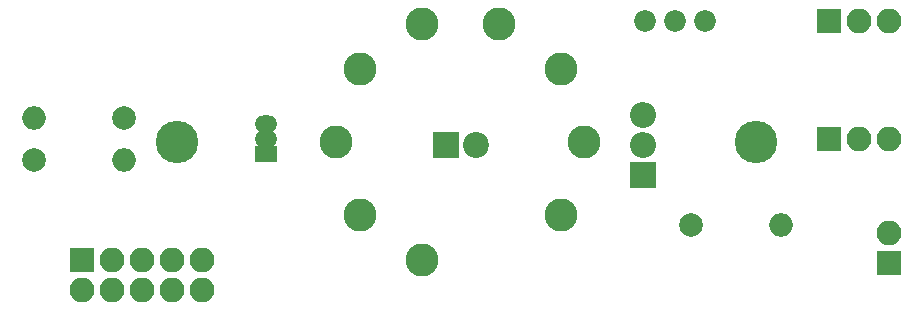
<source format=gts>
G04 #@! TF.GenerationSoftware,KiCad,Pcbnew,(5.0.0)*
G04 #@! TF.CreationDate,2018-11-19T15:49:45+01:00*
G04 #@! TF.ProjectId,Corona_tubeBoard,436F726F6E615F74756265426F617264,1*
G04 #@! TF.SameCoordinates,Original*
G04 #@! TF.FileFunction,Soldermask,Top*
G04 #@! TF.FilePolarity,Negative*
%FSLAX46Y46*%
G04 Gerber Fmt 4.6, Leading zero omitted, Abs format (unit mm)*
G04 Created by KiCad (PCBNEW (5.0.0)) date 11/19/18 15:49:45*
%MOMM*%
%LPD*%
G01*
G04 APERTURE LIST*
%ADD10C,2.797760*%
%ADD11O,2.200000X2.200000*%
%ADD12R,2.200000X2.200000*%
%ADD13C,3.600000*%
%ADD14R,2.100000X2.100000*%
%ADD15O,2.100000X2.100000*%
%ADD16O,1.900000X1.450000*%
%ADD17R,1.900000X1.450000*%
%ADD18C,2.200000*%
%ADD19O,2.000000X2.000000*%
%ADD20C,2.000000*%
%ADD21C,1.840000*%
G04 APERTURE END LIST*
D10*
G04 #@! TO.C,SX1*
X47493760Y-21169660D03*
X49497820Y-15000000D03*
X47493760Y-8830340D03*
X42243580Y-5015260D03*
X35756420Y-5015260D03*
X30506240Y-8830340D03*
X28502180Y-15000000D03*
X30506240Y-21169660D03*
X35756420Y-24984740D03*
G04 #@! TD*
D11*
G04 #@! TO.C,U2*
X54500000Y-12670000D03*
X54500000Y-15210000D03*
D12*
X54500000Y-17750000D03*
G04 #@! TD*
D13*
G04 #@! TO.C,MK1*
X15000000Y-15000000D03*
G04 #@! TD*
G04 #@! TO.C,MK2*
X64000000Y-15000000D03*
G04 #@! TD*
D14*
G04 #@! TO.C,J5*
X75250000Y-25250000D03*
D15*
X75250000Y-22710000D03*
G04 #@! TD*
D16*
G04 #@! TO.C,Q5*
X22500000Y-14770000D03*
X22500000Y-13500000D03*
D17*
X22500000Y-16040000D03*
G04 #@! TD*
D18*
G04 #@! TO.C,D_TUBE1*
X40290000Y-15250000D03*
D12*
X37750000Y-15250000D03*
G04 #@! TD*
D15*
G04 #@! TO.C,J2*
X75250000Y-4750000D03*
X72710000Y-4750000D03*
D14*
X70170000Y-4750000D03*
G04 #@! TD*
G04 #@! TO.C,J4*
X7000000Y-25000000D03*
D15*
X7000000Y-27540000D03*
X9540000Y-25000000D03*
X9540000Y-27540000D03*
X12080000Y-25000000D03*
X12080000Y-27540000D03*
X14620000Y-25000000D03*
X14620000Y-27540000D03*
X17160000Y-25000000D03*
X17160000Y-27540000D03*
G04 #@! TD*
D14*
G04 #@! TO.C,J6*
X70170000Y-14750000D03*
D15*
X72710000Y-14750000D03*
X75250000Y-14750000D03*
G04 #@! TD*
D19*
G04 #@! TO.C,R23*
X10500000Y-16500000D03*
D20*
X2880000Y-16500000D03*
G04 #@! TD*
D19*
G04 #@! TO.C,R24*
X2880000Y-13000000D03*
D20*
X10500000Y-13000000D03*
G04 #@! TD*
D21*
G04 #@! TO.C,RFBB1*
X59750000Y-4750000D03*
X57210000Y-4750000D03*
X54670000Y-4750000D03*
G04 #@! TD*
D19*
G04 #@! TO.C,RFBT1*
X66120000Y-22000000D03*
D20*
X58500000Y-22000000D03*
G04 #@! TD*
M02*

</source>
